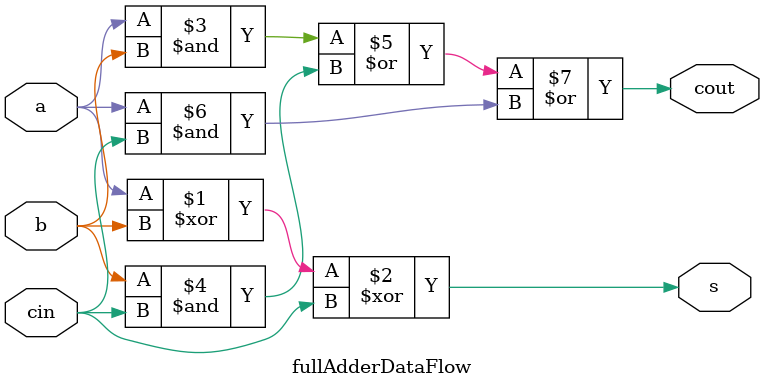
<source format=v>
module fullAdderDataFlow(s,cout,a,b,cin);
  input a,b,cin;
  output s,cout;
  assign s= a^b^cin;
  assign cout = (a&b) | (b&cin) | (a&cin);
endmodule
</source>
